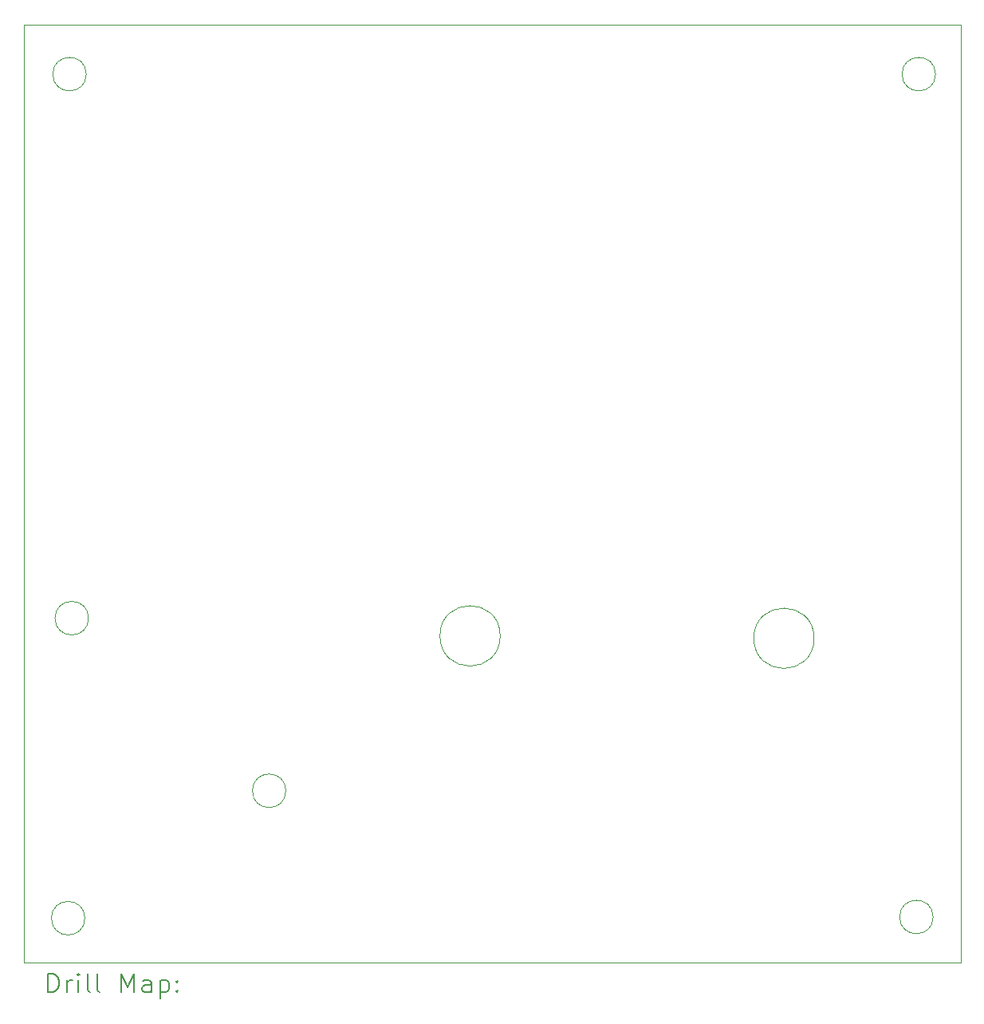
<source format=gbr>
%TF.GenerationSoftware,KiCad,Pcbnew,8.0.6*%
%TF.CreationDate,2025-01-14T13:14:13-07:00*%
%TF.ProjectId,Shutter current limit,53687574-7465-4722-9063-757272656e74,rev?*%
%TF.SameCoordinates,Original*%
%TF.FileFunction,Drillmap*%
%TF.FilePolarity,Positive*%
%FSLAX45Y45*%
G04 Gerber Fmt 4.5, Leading zero omitted, Abs format (unit mm)*
G04 Created by KiCad (PCBNEW 8.0.6) date 2025-01-14 13:14:13*
%MOMM*%
%LPD*%
G01*
G04 APERTURE LIST*
%ADD10C,0.050000*%
%ADD11C,0.200000*%
G04 APERTURE END LIST*
D10*
X13934440Y-11226800D02*
G75*
G02*
X13294360Y-11226800I-320040J0D01*
G01*
X13294360Y-11226800D02*
G75*
G02*
X13934440Y-11226800I320040J0D01*
G01*
X6207080Y-5242320D02*
G75*
G02*
X5851480Y-5242320I-177800J0D01*
G01*
X5851480Y-5242320D02*
G75*
G02*
X6207080Y-5242320I177800J0D01*
G01*
X6191840Y-14195820D02*
G75*
G02*
X5836240Y-14195820I-177800J0D01*
G01*
X5836240Y-14195820D02*
G75*
G02*
X6191840Y-14195820I177800J0D01*
G01*
X10601960Y-11201400D02*
G75*
G02*
X9961880Y-11201400I-320040J0D01*
G01*
X9961880Y-11201400D02*
G75*
G02*
X10601960Y-11201400I320040J0D01*
G01*
X15224080Y-5242320D02*
G75*
G02*
X14868480Y-5242320I-177800J0D01*
G01*
X14868480Y-5242320D02*
G75*
G02*
X15224080Y-5242320I177800J0D01*
G01*
X8326265Y-12844780D02*
G75*
G02*
X7970520Y-12844780I-177873J0D01*
G01*
X7970520Y-12844780D02*
G75*
G02*
X8326265Y-12844780I177873J0D01*
G01*
X6230620Y-11013440D02*
G75*
G02*
X5875020Y-11013440I-177800J0D01*
G01*
X5875020Y-11013440D02*
G75*
G02*
X6230620Y-11013440I177800J0D01*
G01*
X5542280Y-4719320D02*
X15492280Y-4719320D01*
X15492280Y-14669320D01*
X5542280Y-14669320D01*
X5542280Y-4719320D01*
X15198680Y-14183120D02*
G75*
G02*
X14843080Y-14183120I-177800J0D01*
G01*
X14843080Y-14183120D02*
G75*
G02*
X15198680Y-14183120I177800J0D01*
G01*
D11*
X5800557Y-14983304D02*
X5800557Y-14783304D01*
X5800557Y-14783304D02*
X5848176Y-14783304D01*
X5848176Y-14783304D02*
X5876747Y-14792828D01*
X5876747Y-14792828D02*
X5895795Y-14811875D01*
X5895795Y-14811875D02*
X5905319Y-14830923D01*
X5905319Y-14830923D02*
X5914842Y-14869018D01*
X5914842Y-14869018D02*
X5914842Y-14897589D01*
X5914842Y-14897589D02*
X5905319Y-14935685D01*
X5905319Y-14935685D02*
X5895795Y-14954732D01*
X5895795Y-14954732D02*
X5876747Y-14973780D01*
X5876747Y-14973780D02*
X5848176Y-14983304D01*
X5848176Y-14983304D02*
X5800557Y-14983304D01*
X6000557Y-14983304D02*
X6000557Y-14849970D01*
X6000557Y-14888066D02*
X6010081Y-14869018D01*
X6010081Y-14869018D02*
X6019604Y-14859494D01*
X6019604Y-14859494D02*
X6038652Y-14849970D01*
X6038652Y-14849970D02*
X6057700Y-14849970D01*
X6124366Y-14983304D02*
X6124366Y-14849970D01*
X6124366Y-14783304D02*
X6114842Y-14792828D01*
X6114842Y-14792828D02*
X6124366Y-14802351D01*
X6124366Y-14802351D02*
X6133890Y-14792828D01*
X6133890Y-14792828D02*
X6124366Y-14783304D01*
X6124366Y-14783304D02*
X6124366Y-14802351D01*
X6248176Y-14983304D02*
X6229128Y-14973780D01*
X6229128Y-14973780D02*
X6219604Y-14954732D01*
X6219604Y-14954732D02*
X6219604Y-14783304D01*
X6352938Y-14983304D02*
X6333890Y-14973780D01*
X6333890Y-14973780D02*
X6324366Y-14954732D01*
X6324366Y-14954732D02*
X6324366Y-14783304D01*
X6581509Y-14983304D02*
X6581509Y-14783304D01*
X6581509Y-14783304D02*
X6648176Y-14926161D01*
X6648176Y-14926161D02*
X6714842Y-14783304D01*
X6714842Y-14783304D02*
X6714842Y-14983304D01*
X6895795Y-14983304D02*
X6895795Y-14878542D01*
X6895795Y-14878542D02*
X6886271Y-14859494D01*
X6886271Y-14859494D02*
X6867223Y-14849970D01*
X6867223Y-14849970D02*
X6829128Y-14849970D01*
X6829128Y-14849970D02*
X6810081Y-14859494D01*
X6895795Y-14973780D02*
X6876747Y-14983304D01*
X6876747Y-14983304D02*
X6829128Y-14983304D01*
X6829128Y-14983304D02*
X6810081Y-14973780D01*
X6810081Y-14973780D02*
X6800557Y-14954732D01*
X6800557Y-14954732D02*
X6800557Y-14935685D01*
X6800557Y-14935685D02*
X6810081Y-14916637D01*
X6810081Y-14916637D02*
X6829128Y-14907113D01*
X6829128Y-14907113D02*
X6876747Y-14907113D01*
X6876747Y-14907113D02*
X6895795Y-14897589D01*
X6991033Y-14849970D02*
X6991033Y-15049970D01*
X6991033Y-14859494D02*
X7010081Y-14849970D01*
X7010081Y-14849970D02*
X7048176Y-14849970D01*
X7048176Y-14849970D02*
X7067223Y-14859494D01*
X7067223Y-14859494D02*
X7076747Y-14869018D01*
X7076747Y-14869018D02*
X7086271Y-14888066D01*
X7086271Y-14888066D02*
X7086271Y-14945208D01*
X7086271Y-14945208D02*
X7076747Y-14964256D01*
X7076747Y-14964256D02*
X7067223Y-14973780D01*
X7067223Y-14973780D02*
X7048176Y-14983304D01*
X7048176Y-14983304D02*
X7010081Y-14983304D01*
X7010081Y-14983304D02*
X6991033Y-14973780D01*
X7171985Y-14964256D02*
X7181509Y-14973780D01*
X7181509Y-14973780D02*
X7171985Y-14983304D01*
X7171985Y-14983304D02*
X7162462Y-14973780D01*
X7162462Y-14973780D02*
X7171985Y-14964256D01*
X7171985Y-14964256D02*
X7171985Y-14983304D01*
X7171985Y-14859494D02*
X7181509Y-14869018D01*
X7181509Y-14869018D02*
X7171985Y-14878542D01*
X7171985Y-14878542D02*
X7162462Y-14869018D01*
X7162462Y-14869018D02*
X7171985Y-14859494D01*
X7171985Y-14859494D02*
X7171985Y-14878542D01*
M02*

</source>
